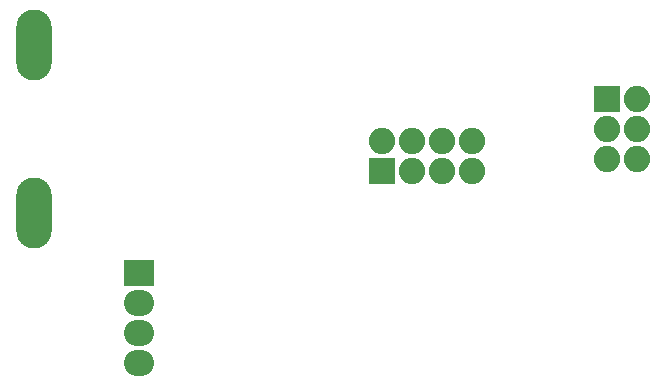
<source format=gbs>
%FSLAX34Y34*%
G04 Gerber Fmt 3.4, Leading zero omitted, Abs format*
G04 (created by PCBNEW (2014-03-23 BZR 4768)-product) date Wed 26 Mar 2014 09:50:02 PM CET*
%MOIN*%
G01*
G70*
G90*
G04 APERTURE LIST*
%ADD10C,0.006000*%
%ADD11O,0.118425X0.236535*%
%ADD12R,0.100000X0.088000*%
%ADD13O,0.100000X0.088000*%
%ADD14R,0.088000X0.088000*%
%ADD15O,0.088000X0.088000*%
G04 APERTURE END LIST*
G54D10*
G54D11*
X50500Y-31400D03*
X50500Y-37000D03*
G54D12*
X54000Y-39000D03*
G54D13*
X54000Y-40000D03*
X54000Y-41000D03*
X54000Y-42000D03*
G54D14*
X69600Y-33200D03*
G54D15*
X69600Y-34200D03*
X69600Y-35200D03*
X70600Y-35200D03*
X70600Y-34200D03*
X70600Y-33200D03*
G54D14*
X62100Y-35600D03*
G54D15*
X63100Y-35600D03*
X64100Y-35600D03*
X65100Y-35600D03*
X65100Y-34600D03*
X64100Y-34600D03*
X63100Y-34600D03*
X62100Y-34600D03*
M02*

</source>
